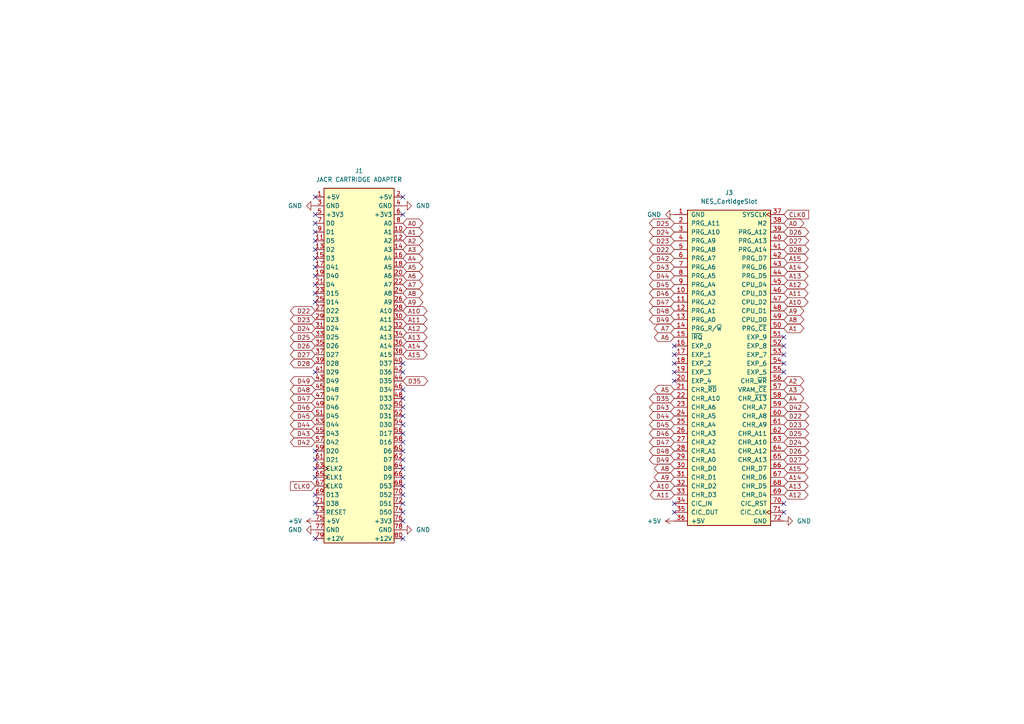
<source format=kicad_sch>
(kicad_sch (version 20250114) (generator "eeschema") (generator_version "9.0")
  (paper "A4")
  (title_block (title "NES Adapter - Just Another Cartridge Reader") (date "2025-10-22") (company "Diplomatic Enteratinment, LLC.") (comment 1 "CC BY 4.0"))
  (lib_symbols
    (symbol "DiplomaticEntertainment:JACR_CARD_EDGE"
      (property "Reference" "J1" (at 0 54.61 0))
      (property "Value" "JACR CARTRIDGE ADAPTER" (at 0 52.07 0))
      (symbol "JACR_CARD_EDGE_0_1"
        (rectangle (start -10.16 49.53) (end 10.16 -53.34) (stroke (width 0.254)) (fill (type background)))
      )
      (symbol "JACR_CARD_EDGE_1_1"
        (pin power_out line (at -12.7 46.99 0) (length 2.54) (name "+5V") (number "1"))
        (pin power_in line (at -12.7 44.45 0) (length 2.54) (name "GND") (number "3"))
        (pin power_out line (at -12.7 41.91 0) (length 2.54) (name "+3V3") (number "5"))
        (pin bidirectional line (at -12.7 39.37 0) (length 2.54) (name "D0") (number "7"))
        (pin bidirectional line (at -12.7 36.83 0) (length 2.54) (name "D1") (number "9"))
        (pin bidirectional line (at -12.7 34.29 0) (length 2.54) (name "D5") (number "11"))
        (pin bidirectional line (at -12.7 31.75 0) (length 2.54) (name "D2") (number "13"))
        (pin bidirectional line (at -12.7 29.21 0) (length 2.54) (name "D3") (number "15"))
        (pin bidirectional line (at -12.7 26.67 0) (length 2.54) (name "D41") (number "17"))
        (pin bidirectional line (at -12.7 24.13 0) (length 2.54) (name "D40") (number "19"))
        (pin bidirectional line (at -12.7 21.59 0) (length 2.54) (name "D4") (number "21"))
        (pin bidirectional line (at -12.7 19.05 0) (length 2.54) (name "D15") (number "23"))
        (pin bidirectional line (at -12.7 16.51 0) (length 2.54) (name "D14") (number "25"))
        (pin bidirectional line (at -12.7 13.97 0) (length 2.54) (name "D22") (number "27"))
        (pin bidirectional line (at -12.7 11.43 0) (length 2.54) (name "D23") (number "29"))
        (pin bidirectional line (at -12.7 8.89 0) (length 2.54) (name "D24") (number "31"))
        (pin bidirectional line (at -12.7 6.35 0) (length 2.54) (name "D25") (number "33"))
        (pin bidirectional line (at -12.7 3.81 0) (length 2.54) (name "D26") (number "35"))
        (pin bidirectional line (at -12.7 1.27 0) (length 2.54) (name "D27") (number "37"))
        (pin bidirectional line (at -12.7 -1.27 0) (length 2.54) (name "D28") (number "39"))
        (pin bidirectional line (at -12.7 -3.81 0) (length 2.54) (name "D29") (number "41"))
        (pin bidirectional line (at -12.7 -6.35 0) (length 2.54) (name "D49") (number "43"))
        (pin bidirectional line (at -12.7 -8.89 0) (length 2.54) (name "D48") (number "45"))
        (pin bidirectional line (at -12.7 -11.43 0) (length 2.54) (name "D47") (number "47"))
        (pin bidirectional line (at -12.7 -13.97 0) (length 2.54) (name "D46") (number "49"))
        (pin bidirectional line (at -12.7 -16.51 0) (length 2.54) (name "D45") (number "51"))
        (pin bidirectional line (at -12.7 -19.05 0) (length 2.54) (name "D44") (number "53"))
        (pin bidirectional line (at -12.7 -21.59 0) (length 2.54) (name "D43") (number "55"))
        (pin bidirectional line (at -12.7 -24.13 0) (length 2.54) (name "D42") (number "57"))
        (pin bidirectional line (at -12.7 -26.67 0) (length 2.54) (name "D20") (number "59"))
        (pin bidirectional line (at -12.7 -29.21 0) (length 2.54) (name "D21") (number "61"))
        (pin output clock (at -12.7 -31.75 0) (length 2.54) (name "CLK2") (number "63"))
        (pin output clock (at -12.7 -34.29 0) (length 2.54) (name "CLK1") (number "65"))
        (pin output clock (at -12.7 -36.83 0) (length 2.54) (name "CLK0") (number "67"))
        (pin bidirectional line (at -12.7 -39.37 0) (length 2.54) (name "D13") (number "69"))
        (pin bidirectional line (at -12.7 -41.91 0) (length 2.54) (name "D38") (number "71"))
        (pin bidirectional line (at -12.7 -44.45 0) (length 2.54) (name "RESET") (number "73"))
        (pin power_out line (at -12.7 -46.99 0) (length 2.54) (name "+5V") (number "75"))
        (pin power_in line (at -12.7 -49.53 0) (length 2.54) (name "GND") (number "77"))
        (pin power_out line (at -12.7 -52.07 0) (length 2.54) (name "+12V") (number "79"))
        (pin power_out line (at 12.7 46.99 180) (length 2.54) (name "+5V") (number "2"))
        (pin power_in line (at 12.7 44.45 180) (length 2.54) (name "GND") (number "4"))
        (pin power_out line (at 12.7 41.91 180) (length 2.54) (name "+3V3") (number "6"))
        (pin bidirectional line (at 12.7 39.37 180) (length 2.54) (name "A0") (number "8"))
        (pin bidirectional line (at 12.7 36.83 180) (length 2.54) (name "A1") (number "10"))
        (pin bidirectional line (at 12.7 34.29 180) (length 2.54) (name "A2") (number "12"))
        (pin bidirectional line (at 12.7 31.75 180) (length 2.54) (name "A3") (number "14"))
        (pin bidirectional line (at 12.7 29.21 180) (length 2.54) (name "A4") (number "16"))
        (pin bidirectional line (at 12.7 26.67 180) (length 2.54) (name "A5") (number "18"))
        (pin bidirectional line (at 12.7 24.13 180) (length 2.54) (name "A6") (number "20"))
        (pin bidirectional line (at 12.7 21.59 180) (length 2.54) (name "A7") (number "22"))
        (pin bidirectional line (at 12.7 19.05 180) (length 2.54) (name "A8") (number "24"))
        (pin bidirectional line (at 12.7 16.51 180) (length 2.54) (name "A9") (number "26"))
        (pin bidirectional line (at 12.7 13.97 180) (length 2.54) (name "A10") (number "28"))
        (pin bidirectional line (at 12.7 11.43 180) (length 2.54) (name "A11") (number "30"))
        (pin bidirectional line (at 12.7 8.89 180) (length 2.54) (name "A12") (number "32"))
        (pin bidirectional line (at 12.7 6.35 180) (length 2.54) (name "A13") (number "34"))
        (pin bidirectional line (at 12.7 3.81 180) (length 2.54) (name "A14") (number "36"))
        (pin bidirectional line (at 12.7 1.27 180) (length 2.54) (name "A15") (number "38"))
        (pin bidirectional line (at 12.7 -1.27 180) (length 2.54) (name "D37") (number "40"))
        (pin bidirectional line (at 12.7 -3.81 180) (length 2.54) (name "D36") (number "42"))
        (pin bidirectional line (at 12.7 -6.35 180) (length 2.54) (name "D35") (number "44"))
        (pin bidirectional line (at 12.7 -8.89 180) (length 2.54) (name "D34") (number "46"))
        (pin bidirectional line (at 12.7 -11.43 180) (length 2.54) (name "D33") (number "48"))
        (pin bidirectional line (at 12.7 -13.97 180) (length 2.54) (name "D32") (number "50"))
        (pin bidirectional line (at 12.7 -16.51 180) (length 2.54) (name "D31") (number "52"))
        (pin bidirectional line (at 12.7 -19.05 180) (length 2.54) (name "D30") (number "54"))
        (pin bidirectional line (at 12.7 -21.59 180) (length 2.54) (name "D17") (number "56"))
        (pin bidirectional line (at 12.7 -24.13 180) (length 2.54) (name "D16") (number "58"))
        (pin bidirectional line (at 12.7 -26.67 180) (length 2.54) (name "D6") (number "60"))
        (pin bidirectional line (at 12.7 -29.21 180) (length 2.54) (name "D7") (number "62"))
        (pin bidirectional line (at 12.7 -31.75 180) (length 2.54) (name "D8") (number "64"))
        (pin bidirectional line (at 12.7 -34.29 180) (length 2.54) (name "D9") (number "66"))
        (pin bidirectional line (at 12.7 -36.83 180) (length 2.54) (name "D53") (number "68"))
        (pin bidirectional line (at 12.7 -39.37 180) (length 2.54) (name "D52") (number "70"))
        (pin bidirectional line (at 12.7 -41.91 180) (length 2.54) (name "D51") (number "72"))
        (pin bidirectional line (at 12.7 -44.45 180) (length 2.54) (name "D50") (number "74"))
        (pin power_out line (at 12.7 -46.99 180) (length 2.54) (name "+3V3") (number "76"))
        (pin power_in line (at 12.7 -49.53 180) (length 2.54) (name "GND") (number "78"))
        (pin power_out line (at 12.7 -52.07 180) (length 2.54) (name "+12V") (number "80"))
      )
    )
    (symbol "Nintendo:NES_CartridgeSlot" (pin_names (offset 1.016))
      (property "Reference" "J" (at -0.762 47.498 0))
      (property "Value" "NES_CartidgeSlot" (at -0.254 50.292 0))
      (symbol "NES_CartridgeSlot_1_1"
        (rectangle (start -12.7 45.72) (end 11.43 -45.72) (stroke (width 0.254)) (fill (type background)))
        (pin power_in line (at -16.51 44.45 0) (length 3.81) (name "GND") (number "1"))
        (pin bidirectional line (at -16.51 41.91 0) (length 3.81) (name "PRG_A11") (number "2"))
        (pin bidirectional line (at -16.51 39.37 0) (length 3.81) (name "PRG_A10") (number "3"))
        (pin bidirectional line (at -16.51 36.83 0) (length 3.81) (name "PRG_A9") (number "4"))
        (pin bidirectional line (at -16.51 34.29 0) (length 3.81) (name "PRG_A8") (number "5"))
        (pin bidirectional line (at -16.51 31.75 0) (length 3.81) (name "PRG_A7") (number "6"))
        (pin bidirectional line (at -16.51 29.21 0) (length 3.81) (name "PRG_A6") (number "7"))
        (pin bidirectional line (at -16.51 26.67 0) (length 3.81) (name "PRG_A5") (number "8"))
        (pin bidirectional line (at -16.51 24.13 0) (length 3.81) (name "PRG_A4") (number "9"))
        (pin bidirectional line (at -16.51 21.59 0) (length 3.81) (name "PRG_A3") (number "10"))
        (pin bidirectional line (at -16.51 19.05 0) (length 3.81) (name "PRG_A2") (number "11"))
        (pin bidirectional line (at -16.51 16.51 0) (length 3.81) (name "PRG_A1") (number "12"))
        (pin bidirectional line (at -16.51 13.97 0) (length 3.81) (name "PRG_A0") (number "13"))
        (pin input line (at -16.51 11.43 0) (length 3.81) (name "PRG_R/~{W}") (number "14"))
        (pin passive line (at -16.51 8.89 0) (length 3.81) (name "~{IRQ}") (number "15"))
        (pin passive line (at -16.51 6.35 0) (length 3.81) (name "EXP_0") (number "16"))
        (pin passive line (at -16.51 3.81 0) (length 3.81) (name "EXP_1") (number "17"))
        (pin passive line (at -16.51 1.27 0) (length 3.81) (name "EXP_2") (number "18"))
        (pin passive line (at -16.51 -1.27 0) (length 3.81) (name "EXP_3") (number "19"))
        (pin passive line (at -16.51 -3.81 0) (length 3.81) (name "EXP_4") (number "20"))
        (pin input line (at -16.51 -6.35 0) (length 3.81) (name "CHR_~{RD}") (number "21"))
        (pin bidirectional line (at -16.51 -8.89 0) (length 3.81) (name "CHR_A10") (number "22"))
        (pin bidirectional line (at -16.51 -11.43 0) (length 3.81) (name "CHR_A6") (number "23"))
        (pin bidirectional line (at -16.51 -13.97 0) (length 3.81) (name "CHR_A5") (number "24"))
        (pin bidirectional line (at -16.51 -16.51 0) (length 3.81) (name "CHR_A4") (number "25"))
        (pin bidirectional line (at -16.51 -19.05 0) (length 3.81) (name "CHR_A3") (number "26"))
        (pin bidirectional line (at -16.51 -21.59 0) (length 3.81) (name "CHR_A2") (number "27"))
        (pin bidirectional line (at -16.51 -24.13 0) (length 3.81) (name "CHR_A1") (number "28"))
        (pin bidirectional line (at -16.51 -26.67 0) (length 3.81) (name "CHR_A0") (number "29"))
        (pin bidirectional line (at -16.51 -29.21 0) (length 3.81) (name "CHR_D0") (number "30"))
        (pin bidirectional line (at -16.51 -31.75 0) (length 3.81) (name "CHR_D1") (number "31"))
        (pin bidirectional line (at -16.51 -34.29 0) (length 3.81) (name "CHR_D2") (number "32"))
        (pin bidirectional line (at -16.51 -36.83 0) (length 3.81) (name "CHR_D3") (number "33"))
        (pin input line (at -16.51 -39.37 0) (length 3.81) (name "CIC_IN") (number "34"))
        (pin output line (at -16.51 -41.91 0) (length 3.81) (name "CIC_OUT") (number "35"))
        (pin power_in line (at -16.51 -44.45 0) (length 3.81) (name "+5V") (number "36"))
        (pin input clock (at 15.24 44.45 180) (length 3.81) (name "SYSCLK") (number "37"))
        (pin output line (at 15.24 41.91 180) (length 3.81) (name "M2") (number "38"))
        (pin bidirectional line (at 15.24 39.37 180) (length 3.81) (name "PRG_A12") (number "39"))
        (pin bidirectional line (at 15.24 36.83 180) (length 3.81) (name "PRG_A13") (number "40"))
        (pin bidirectional line (at 15.24 34.29 180) (length 3.81) (name "PRG_A14") (number "41"))
        (pin bidirectional line (at 15.24 31.75 180) (length 3.81) (name "PRG_D7") (number "42"))
        (pin bidirectional line (at 15.24 29.21 180) (length 3.81) (name "PRG_D6") (number "43"))
        (pin bidirectional line (at 15.24 26.67 180) (length 3.81) (name "PRG_D5") (number "44"))
        (pin bidirectional line (at 15.24 24.13 180) (length 3.81) (name "CPU_D4") (number "45"))
        (pin bidirectional line (at 15.24 21.59 180) (length 3.81) (name "CPU_D3") (number "46"))
        (pin bidirectional line (at 15.24 19.05 180) (length 3.81) (name "CPU_D2") (number "47"))
        (pin bidirectional line (at 15.24 16.51 180) (length 3.81) (name "CPU_D1") (number "48"))
        (pin bidirectional line (at 15.24 13.97 180) (length 3.81) (name "CPU_D0") (number "49"))
        (pin input line (at 15.24 11.43 180) (length 3.81) (name "PRG_~{CE}") (number "50"))
        (pin passive line (at 15.24 8.89 180) (length 3.81) (name "EXP_9") (number "51"))
        (pin passive line (at 15.24 6.35 180) (length 3.81) (name "EXP_8") (number "52"))
        (pin passive line (at 15.24 3.81 180) (length 3.81) (name "EXP_7") (number "53"))
        (pin passive line (at 15.24 1.27 180) (length 3.81) (name "EXP_6") (number "54"))
        (pin passive line (at 15.24 -1.27 180) (length 3.81) (name "EXP_5") (number "55"))
        (pin input line (at 15.24 -3.81 180) (length 3.81) (name "CHR_~{WR}") (number "56"))
        (pin output line (at 15.24 -6.35 180) (length 3.81) (name "VRAM_~{CE}") (number "57"))
        (pin input line (at 15.24 -8.89 180) (length 3.81) (name "CHR_~{A13}") (number "58"))
        (pin input line (at 15.24 -11.43 180) (length 3.81) (name "CHR_A7") (number "59"))
        (pin input line (at 15.24 -13.97 180) (length 3.81) (name "CHR_A8") (number "60"))
        (pin input line (at 15.24 -16.51 180) (length 3.81) (name "CHR_A9") (number "61"))
        (pin input line (at 15.24 -19.05 180) (length 3.81) (name "CHR_A11") (number "62"))
        (pin input line (at 15.24 -21.59 180) (length 3.81) (name "CHR_A10") (number "63"))
        (pin input line (at 15.24 -24.13 180) (length 3.81) (name "CHR_A12") (number "64"))
        (pin input line (at 15.24 -26.67 180) (length 3.81) (name "CHR_A13") (number "65"))
        (pin bidirectional line (at 15.24 -29.21 180) (length 3.81) (name "CHR_D7") (number "66"))
        (pin bidirectional line (at 15.24 -31.75 180) (length 3.81) (name "CHR_D6") (number "67"))
        (pin bidirectional line (at 15.24 -34.29 180) (length 3.81) (name "CHR_D5") (number "68"))
        (pin bidirectional line (at 15.24 -36.83 180) (length 3.81) (name "CHR_D4") (number "69"))
        (pin input line (at 15.24 -39.37 180) (length 3.81) (name "CIC_RST") (number "70"))
        (pin input clock (at 15.24 -41.91 180) (length 3.81) (name "CIC_CLK") (number "71"))
        (pin power_in line (at 15.24 -44.45 180) (length 3.81) (name "GND") (number "72"))
      )
    )
    (symbol "power:+5V" (power) (pin_names (offset 0))
      (property "Value" "+5V" (at 0 3.556 0))
      (symbol "+5V_0_1"
        (polyline (pts (xy -0.762 1.27) (xy 0 2.54)))
        (polyline (pts (xy 0 2.54) (xy 0.762 1.27)))
        (polyline (pts (xy 0 0) (xy 0 2.54)))
      )
      (symbol "+5V_1_1"
        (pin power_in line (at 0 0 90) (length 0) (hide yes) (name "+5V") (number "1"))
      )
    )
    (symbol "power:GND" (power) (pin_names (offset 0))
      (property "Value" "GND" (at 0 -3.81 0))
      (symbol "GND_0_1"
        (polyline (pts (xy 0 0) (xy 0 -1.27) (xy 1.27 -1.27) (xy 0 -2.54) (xy -1.27 -1.27) (xy 0 -1.27)))
      )
      (symbol "GND_1_1"
        (pin power_in line (at 0 0 270) (length 0) (hide yes) (name "GND") (number "1"))
      )
    )
  )
  (no_connect (at 116.84 107.95))
  (no_connect (at 91.44 62.23))
  (no_connect (at 91.44 80.01))
  (no_connect (at 227.33 100.33))
  (no_connect (at 91.44 77.47))
  (no_connect (at 116.84 125.73))
  (no_connect (at 91.44 82.55))
  (no_connect (at 91.44 85.09))
  (no_connect (at 195.58 107.95))
  (no_connect (at 91.44 135.89))
  (no_connect (at 116.84 105.41))
  (no_connect (at 116.84 118.11))
  (no_connect (at 116.84 113.03))
  (no_connect (at 116.84 135.89))
  (no_connect (at 91.44 146.05))
  (no_connect (at 116.84 140.97))
  (no_connect (at 116.84 123.19))
  (no_connect (at 91.44 67.31))
  (no_connect (at 91.44 69.85))
  (no_connect (at 195.58 148.59))
  (no_connect (at 195.58 146.05))
  (no_connect (at 91.44 133.35))
  (no_connect (at 227.33 148.59))
  (no_connect (at 195.58 110.49))
  (no_connect (at 91.44 138.43))
  (no_connect (at 116.84 57.15))
  (no_connect (at 227.33 97.79))
  (no_connect (at 91.44 74.93))
  (no_connect (at 116.84 146.05))
  (no_connect (at 116.84 148.59))
  (no_connect (at 227.33 102.87))
  (no_connect (at 116.84 133.35))
  (no_connect (at 195.58 100.33))
  (no_connect (at 116.84 151.13))
  (no_connect (at 91.44 143.51))
  (no_connect (at 116.84 130.81))
  (no_connect (at 91.44 148.59))
  (no_connect (at 195.58 102.87))
  (no_connect (at 116.84 143.51))
  (no_connect (at 91.44 57.15))
  (no_connect (at 116.84 120.65))
  (no_connect (at 91.44 130.81))
  (no_connect (at 227.33 107.95))
  (no_connect (at 227.33 146.05))
  (no_connect (at 91.44 64.77))
  (no_connect (at 91.44 72.39))
  (no_connect (at 116.84 138.43))
  (no_connect (at 91.44 156.21))
  (no_connect (at 116.84 115.57))
  (no_connect (at 195.58 105.41))
  (no_connect (at 227.33 105.41))
  (no_connect (at 91.44 87.63))
  (no_connect (at 116.84 128.27))
  (no_connect (at 91.44 107.95))
  (no_connect (at 116.84 156.21))
  (no_connect (at 116.84 62.23))
  (global_label "A10" (shape bidirectional) (at 116.84 90.17 0) (property "Intersheetrefs" "${INTERSHEET_REFS}" (effects (hide yes))))
  (global_label "D48" (shape bidirectional) (at 91.44 113.03 180) (property "Intersheetrefs" "${INTERSHEET_REFS}" (effects (hide yes))))
  (global_label "D26" (shape bidirectional) (at 91.44 100.33 180) (property "Intersheetrefs" "${INTERSHEET_REFS}" (effects (hide yes))))
  (global_label "D25" (shape bidirectional) (at 227.33 125.73 0) (property "Intersheetrefs" "${INTERSHEET_REFS}" (effects (hide yes))))
  (global_label "D46" (shape bidirectional) (at 91.44 118.11 180) (property "Intersheetrefs" "${INTERSHEET_REFS}" (effects (hide yes))))
  (global_label "A2" (shape bidirectional) (at 116.84 69.85 0) (property "Intersheetrefs" "${INTERSHEET_REFS}" (effects (hide yes))))
  (global_label "A13" (shape bidirectional) (at 227.33 140.97 0) (property "Intersheetrefs" "${INTERSHEET_REFS}" (effects (hide yes))))
  (global_label "A11" (shape bidirectional) (at 227.33 85.09 0) (property "Intersheetrefs" "${INTERSHEET_REFS}" (effects (hide yes))))
  (global_label "D43" (shape bidirectional) (at 195.58 118.11 180) (property "Intersheetrefs" "${INTERSHEET_REFS}" (effects (hide yes))))
  (global_label "A6" (shape bidirectional) (at 195.58 97.79 180) (property "Intersheetrefs" "${INTERSHEET_REFS}" (effects (hide yes))))
  (global_label "A7" (shape bidirectional) (at 195.58 95.25 180) (property "Intersheetrefs" "${INTERSHEET_REFS}" (effects (hide yes))))
  (global_label "D48" (shape bidirectional) (at 195.58 130.81 180) (property "Intersheetrefs" "${INTERSHEET_REFS}" (effects (hide yes))))
  (global_label "A6" (shape bidirectional) (at 116.84 80.01 0) (property "Intersheetrefs" "${INTERSHEET_REFS}" (effects (hide yes))))
  (global_label "D45" (shape bidirectional) (at 91.44 120.65 180) (property "Intersheetrefs" "${INTERSHEET_REFS}" (effects (hide yes))))
  (global_label "A14" (shape bidirectional) (at 227.33 77.47 0) (property "Intersheetrefs" "${INTERSHEET_REFS}" (effects (hide yes))))
  (global_label "D48" (shape bidirectional) (at 195.58 90.17 180) (property "Intersheetrefs" "${INTERSHEET_REFS}" (effects (hide yes))))
  (global_label "D47" (shape bidirectional) (at 195.58 128.27 180) (property "Intersheetrefs" "${INTERSHEET_REFS}" (effects (hide yes))))
  (global_label "A1" (shape bidirectional) (at 227.33 95.25 0) (property "Intersheetrefs" "${INTERSHEET_REFS}" (effects (hide yes))))
  (global_label "A8" (shape bidirectional) (at 227.33 92.71 0) (property "Intersheetrefs" "${INTERSHEET_REFS}" (effects (hide yes))))
  (global_label "A15" (shape bidirectional) (at 227.33 135.89 0) (property "Intersheetrefs" "${INTERSHEET_REFS}" (effects (hide yes))))
  (global_label "D47" (shape bidirectional) (at 91.44 115.57 180) (property "Intersheetrefs" "${INTERSHEET_REFS}" (effects (hide yes))))
  (global_label "D47" (shape bidirectional) (at 195.58 87.63 180) (property "Intersheetrefs" "${INTERSHEET_REFS}" (effects (hide yes))))
  (global_label "A12" (shape bidirectional) (at 116.84 95.25 0) (property "Intersheetrefs" "${INTERSHEET_REFS}" (effects (hide yes))))
  (global_label "D43" (shape bidirectional) (at 195.58 77.47 180) (property "Intersheetrefs" "${INTERSHEET_REFS}" (effects (hide yes))))
  (global_label "D26" (shape bidirectional) (at 227.33 67.31 0) (property "Intersheetrefs" "${INTERSHEET_REFS}" (effects (hide yes))))
  (global_label "A13" (shape bidirectional) (at 227.33 80.01 0) (property "Intersheetrefs" "${INTERSHEET_REFS}" (effects (hide yes))))
  (global_label "A4" (shape bidirectional) (at 227.33 115.57 0) (property "Intersheetrefs" "${INTERSHEET_REFS}" (effects (hide yes))))
  (global_label "D23" (shape bidirectional) (at 195.58 69.85 180) (property "Intersheetrefs" "${INTERSHEET_REFS}" (effects (hide yes))))
  (global_label "D49" (shape bidirectional) (at 91.44 110.49 180) (property "Intersheetrefs" "${INTERSHEET_REFS}" (effects (hide yes))))
  (global_label "D22" (shape bidirectional) (at 195.58 72.39 180) (property "Intersheetrefs" "${INTERSHEET_REFS}" (effects (hide yes))))
  (global_label "D44" (shape bidirectional) (at 195.58 120.65 180) (property "Intersheetrefs" "${INTERSHEET_REFS}" (effects (hide yes))))
  (global_label "D28" (shape bidirectional) (at 91.44 105.41 180) (property "Intersheetrefs" "${INTERSHEET_REFS}" (effects (hide yes))))
  (global_label "A11" (shape bidirectional) (at 116.84 92.71 0) (property "Intersheetrefs" "${INTERSHEET_REFS}" (effects (hide yes))))
  (global_label "A15" (shape bidirectional) (at 116.84 102.87 0) (property "Intersheetrefs" "${INTERSHEET_REFS}" (effects (hide yes))))
  (global_label "D46" (shape bidirectional) (at 195.58 125.73 180) (property "Intersheetrefs" "${INTERSHEET_REFS}" (effects (hide yes))))
  (global_label "D35" (shape bidirectional) (at 116.84 110.49 0) (property "Intersheetrefs" "${INTERSHEET_REFS}" (effects (hide yes))))
  (global_label "A3" (shape bidirectional) (at 227.33 113.03 0) (property "Intersheetrefs" "${INTERSHEET_REFS}" (effects (hide yes))))
  (global_label "D42" (shape bidirectional) (at 195.58 74.93 180) (property "Intersheetrefs" "${INTERSHEET_REFS}" (effects (hide yes))))
  (global_label "A1" (shape bidirectional) (at 116.84 67.31 0) (property "Intersheetrefs" "${INTERSHEET_REFS}" (effects (hide yes))))
  (global_label "A0" (shape bidirectional) (at 227.33 64.77 0) (property "Intersheetrefs" "${INTERSHEET_REFS}" (effects (hide yes))))
  (global_label "D27" (shape bidirectional) (at 227.33 133.35 0) (property "Intersheetrefs" "${INTERSHEET_REFS}" (effects (hide yes))))
  (global_label "CLK0" (shape input) (at 227.33 62.23 0) (property "Intersheetrefs" "${INTERSHEET_REFS}" (effects (hide yes))))
  (global_label "D24" (shape bidirectional) (at 91.44 95.25 180) (property "Intersheetrefs" "${INTERSHEET_REFS}" (effects (hide yes))))
  (global_label "A14" (shape bidirectional) (at 116.84 100.33 0) (property "Intersheetrefs" "${INTERSHEET_REFS}" (effects (hide yes))))
  (global_label "D26" (shape bidirectional) (at 227.33 130.81 0) (property "Intersheetrefs" "${INTERSHEET_REFS}" (effects (hide yes))))
  (global_label "D49" (shape bidirectional) (at 195.58 92.71 180) (property "Intersheetrefs" "${INTERSHEET_REFS}" (effects (hide yes))))
  (global_label "D23" (shape bidirectional) (at 227.33 123.19 0) (property "Intersheetrefs" "${INTERSHEET_REFS}" (effects (hide yes))))
  (global_label "A10" (shape bidirectional) (at 227.33 87.63 0) (property "Intersheetrefs" "${INTERSHEET_REFS}" (effects (hide yes))))
  (global_label "D24" (shape bidirectional) (at 227.33 128.27 0) (property "Intersheetrefs" "${INTERSHEET_REFS}" (effects (hide yes))))
  (global_label "D23" (shape bidirectional) (at 91.44 92.71 180) (property "Intersheetrefs" "${INTERSHEET_REFS}" (effects (hide yes))))
  (global_label "D27" (shape bidirectional) (at 91.44 102.87 180) (property "Intersheetrefs" "${INTERSHEET_REFS}" (effects (hide yes))))
  (global_label "A10" (shape bidirectional) (at 195.58 140.97 180) (property "Intersheetrefs" "${INTERSHEET_REFS}" (effects (hide yes))))
  (global_label "A8" (shape bidirectional) (at 195.58 135.89 180) (property "Intersheetrefs" "${INTERSHEET_REFS}" (effects (hide yes))))
  (global_label "D45" (shape bidirectional) (at 195.58 82.55 180) (property "Intersheetrefs" "${INTERSHEET_REFS}" (effects (hide yes))))
  (global_label "A11" (shape bidirectional) (at 195.58 143.51 180) (property "Intersheetrefs" "${INTERSHEET_REFS}" (effects (hide yes))))
  (global_label "D49" (shape bidirectional) (at 195.58 133.35 180) (property "Intersheetrefs" "${INTERSHEET_REFS}" (effects (hide yes))))
  (global_label "A5" (shape bidirectional) (at 116.84 77.47 0) (property "Intersheetrefs" "${INTERSHEET_REFS}" (effects (hide yes))))
  (global_label "A9" (shape bidirectional) (at 227.33 90.17 0) (property "Intersheetrefs" "${INTERSHEET_REFS}" (effects (hide yes))))
  (global_label "A7" (shape bidirectional) (at 116.84 82.55 0) (property "Intersheetrefs" "${INTERSHEET_REFS}" (effects (hide yes))))
  (global_label "D25" (shape bidirectional) (at 91.44 97.79 180) (property "Intersheetrefs" "${INTERSHEET_REFS}" (effects (hide yes))))
  (global_label "A3" (shape bidirectional) (at 116.84 72.39 0) (property "Intersheetrefs" "${INTERSHEET_REFS}" (effects (hide yes))))
  (global_label "D44" (shape bidirectional) (at 91.44 123.19 180) (property "Intersheetrefs" "${INTERSHEET_REFS}" (effects (hide yes))))
  (global_label "D46" (shape bidirectional) (at 195.58 85.09 180) (property "Intersheetrefs" "${INTERSHEET_REFS}" (effects (hide yes))))
  (global_label "D44" (shape bidirectional) (at 195.58 80.01 180) (property "Intersheetrefs" "${INTERSHEET_REFS}" (effects (hide yes))))
  (global_label "A9" (shape bidirectional) (at 195.58 138.43 180) (property "Intersheetrefs" "${INTERSHEET_REFS}" (effects (hide yes))))
  (global_label "D42" (shape bidirectional) (at 227.33 118.11 0) (property "Intersheetrefs" "${INTERSHEET_REFS}" (effects (hide yes))))
  (global_label "D28" (shape bidirectional) (at 227.33 72.39 0) (property "Intersheetrefs" "${INTERSHEET_REFS}" (effects (hide yes))))
  (global_label "A0" (shape bidirectional) (at 116.84 64.77 0) (property "Intersheetrefs" "${INTERSHEET_REFS}" (effects (hide yes))))
  (global_label "A12" (shape bidirectional) (at 227.33 143.51 0) (property "Intersheetrefs" "${INTERSHEET_REFS}" (effects (hide yes))))
  (global_label "A4" (shape bidirectional) (at 116.84 74.93 0) (property "Intersheetrefs" "${INTERSHEET_REFS}" (effects (hide yes))))
  (global_label "D24" (shape bidirectional) (at 195.58 67.31 180) (property "Intersheetrefs" "${INTERSHEET_REFS}" (effects (hide yes))))
  (global_label "A8" (shape bidirectional) (at 116.84 85.09 0) (property "Intersheetrefs" "${INTERSHEET_REFS}" (effects (hide yes))))
  (global_label "A14" (shape bidirectional) (at 227.33 138.43 0) (property "Intersheetrefs" "${INTERSHEET_REFS}" (effects (hide yes))))
  (global_label "A2" (shape bidirectional) (at 227.33 110.49 0) (property "Intersheetrefs" "${INTERSHEET_REFS}" (effects (hide yes))))
  (global_label "A15" (shape bidirectional) (at 227.33 74.93 0) (property "Intersheetrefs" "${INTERSHEET_REFS}" (effects (hide yes))))
  (global_label "D42" (shape bidirectional) (at 91.44 128.27 180) (property "Intersheetrefs" "${INTERSHEET_REFS}" (effects (hide yes))))
  (global_label "D43" (shape bidirectional) (at 91.44 125.73 180) (property "Intersheetrefs" "${INTERSHEET_REFS}" (effects (hide yes))))
  (global_label "D45" (shape bidirectional) (at 195.58 123.19 180) (property "Intersheetrefs" "${INTERSHEET_REFS}" (effects (hide yes))))
  (global_label "D22" (shape bidirectional) (at 227.33 120.65 0) (property "Intersheetrefs" "${INTERSHEET_REFS}" (effects (hide yes))))
  (global_label "D25" (shape bidirectional) (at 195.58 64.77 180) (property "Intersheetrefs" "${INTERSHEET_REFS}" (effects (hide yes))))
  (global_label "A12" (shape bidirectional) (at 227.33 82.55 0) (property "Intersheetrefs" "${INTERSHEET_REFS}" (effects (hide yes))))
  (global_label "CLK0" (shape input) (at 91.44 140.97 180) (property "Intersheetrefs" "${INTERSHEET_REFS}" (effects (hide yes))))
  (global_label "D27" (shape bidirectional) (at 227.33 69.85 0) (property "Intersheetrefs" "${INTERSHEET_REFS}" (effects (hide yes))))
  (global_label "A13" (shape bidirectional) (at 116.84 97.79 0) (property "Intersheetrefs" "${INTERSHEET_REFS}" (effects (hide yes))))
  (global_label "D22" (shape bidirectional) (at 91.44 90.17 180) (property "Intersheetrefs" "${INTERSHEET_REFS}" (effects (hide yes))))
  (global_label "D35" (shape bidirectional) (at 195.58 115.57 180) (property "Intersheetrefs" "${INTERSHEET_REFS}" (effects (hide yes))))
  (global_label "A9" (shape bidirectional) (at 116.84 87.63 0) (property "Intersheetrefs" "${INTERSHEET_REFS}" (effects (hide yes))))
  (global_label "A5" (shape bidirectional) (at 195.58 113.03 180) (property "Intersheetrefs" "${INTERSHEET_REFS}" (effects (hide yes))))
  (symbol (lib_id "power:GND") (at 116.84 153.67 90) (unit 1)
    (property "Reference" "#PWR01" (effects (hide yes)))
    (property "Value" "GND" (at 120.65 153.67 90) (effects (justify right)))
  )
  (symbol (lib_id "power:+5V") (at 195.58 151.13 90) (unit 1)
    (property "Reference" "#PWR011" (effects (hide yes)))
    (property "Value" "+5V" (at 191.77 151.13 90) (effects (justify left)))
  )
  (symbol (lib_id "power:GND") (at 91.44 153.67 270) (mirror x) (unit 1)
    (property "Reference" "#PWR02" (effects (hide yes)))
    (property "Value" "GND" (at 87.63 153.67 90) (effects (justify right)))
  )
  (symbol (lib_id "DiplomaticEntertainment:JACR_CARD_EDGE") (at 104.14 104.14 0) (unit 1)
    (property "Reference" "J1" (at 104.14 49.53 0))
    (property "Value" "JACR CARTRIDGE ADAPTER" (at 104.14 52.07 0))
    (property "Footprint" "DiplomaticEntertainment:JACR Cartridge Connector" (effects (hide yes)))
    (property "Description" "Connector 5V 3.3V 12V Bidrectional JACR" (effects (hide yes)))
  )
  (symbol (lib_id "power:+5V") (at 91.44 151.13 90) (unit 1)
    (property "Reference" "#PWR09" (effects (hide yes)))
    (property "Value" "+5V" (at 87.63 151.13 90) (effects (justify left)))
  )
  (symbol (lib_id "power:GND") (at 91.44 59.69 270) (mirror x) (unit 1)
    (property "Reference" "#PWR03" (effects (hide yes)))
    (property "Value" "GND" (at 87.63 59.69 90) (effects (justify right)))
  )
  (symbol (lib_id "power:GND") (at 116.84 59.69 90) (unit 1)
    (property "Reference" "#PWR04" (effects (hide yes)))
    (property "Value" "GND" (at 120.65 59.69 90) (effects (justify right)))
  )
  (symbol (lib_id "power:GND") (at 195.58 62.23 270) (mirror x) (unit 1)
    (property "Reference" "#PWR012" (effects (hide yes)))
    (property "Value" "GND" (at 191.77 62.23 90) (effects (justify right)))
  )
  (symbol (lib_id "Nintendo:NES_CartridgeSlot") (at 212.09 106.68 0) (unit 1)
    (property "Reference" "J3" (at 211.455 55.88 0))
    (property "Value" "NES_CartidgeSlot" (at 211.455 58.42 0))
    (property "Footprint" "Nintendo:NES_Cartridge_Connector_72PIN_2.5mm_CardEdge" (effects (hide yes)))
    (property "Description" "Nintendo Entertainment System 2.5mm 72 Pin" (effects (hide yes)))
  )
  (symbol (lib_id "power:GND") (at 227.33 151.13 90) (unit 1)
    (property "Reference" "#PWR013" (effects (hide yes)))
    (property "Value" "GND" (at 231.14 151.13 90) (effects (justify right)))
  )
)
</source>
